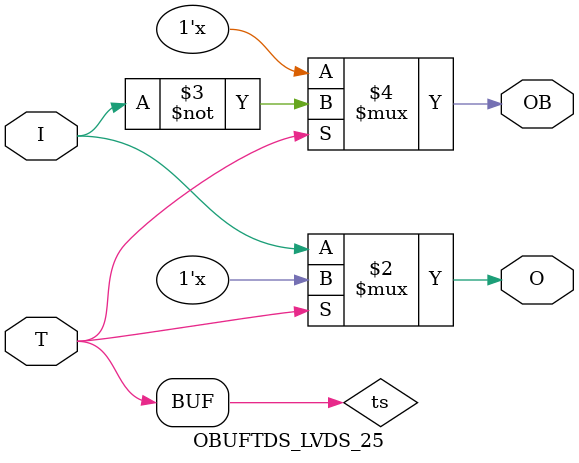
<source format=v>

/*

FUNCTION	: TRI-STATE OUTPUT BUFFER

*/

`celldefine
`timescale  100 ps / 10 ps

module OBUFTDS_LVDS_25 (O, OB, I, T);

    output O, OB;

    input  I, T;

    or O1 (ts, 1'b0, T);
    bufif0 B1 (O, I, ts);
    notif0 N1 (OB, I, ts);

endmodule

</source>
